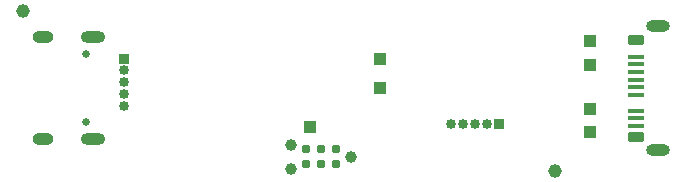
<source format=gbr>
%TF.GenerationSoftware,KiCad,Pcbnew,7.0.2-0*%
%TF.CreationDate,2023-12-30T15:56:12-08:00*%
%TF.ProjectId,uart-friend2-usb,75617274-2d66-4726-9965-6e64322d7573,rev?*%
%TF.SameCoordinates,PX7735940PY6e263e0*%
%TF.FileFunction,Soldermask,Bot*%
%TF.FilePolarity,Negative*%
%FSLAX46Y46*%
G04 Gerber Fmt 4.6, Leading zero omitted, Abs format (unit mm)*
G04 Created by KiCad (PCBNEW 7.0.2-0) date 2023-12-30 15:56:12*
%MOMM*%
%LPD*%
G01*
G04 APERTURE LIST*
G04 Aperture macros list*
%AMRoundRect*
0 Rectangle with rounded corners*
0 $1 Rounding radius*
0 $2 $3 $4 $5 $6 $7 $8 $9 X,Y pos of 4 corners*
0 Add a 4 corners polygon primitive as box body*
4,1,4,$2,$3,$4,$5,$6,$7,$8,$9,$2,$3,0*
0 Add four circle primitives for the rounded corners*
1,1,$1+$1,$2,$3*
1,1,$1+$1,$4,$5*
1,1,$1+$1,$6,$7*
1,1,$1+$1,$8,$9*
0 Add four rect primitives between the rounded corners*
20,1,$1+$1,$2,$3,$4,$5,0*
20,1,$1+$1,$4,$5,$6,$7,0*
20,1,$1+$1,$6,$7,$8,$9,0*
20,1,$1+$1,$8,$9,$2,$3,0*%
G04 Aperture macros list end*
%ADD10C,0.650000*%
%ADD11O,2.100000X1.000000*%
%ADD12O,1.800000X1.000000*%
%ADD13C,1.152000*%
%ADD14R,1.000000X1.000000*%
%ADD15R,0.850000X0.850000*%
%ADD16O,0.850000X0.850000*%
%ADD17C,0.988060*%
%ADD18C,0.985520*%
%ADD19C,0.784860*%
%ADD20RoundRect,0.095000X-0.575000X0.095000X-0.575000X-0.095000X0.575000X-0.095000X0.575000X0.095000X0*%
%ADD21O,2.030000X1.000000*%
%ADD22RoundRect,0.095000X-0.575000X0.305000X-0.575000X-0.305000X0.575000X-0.305000X0.575000X0.305000X0*%
G04 APERTURE END LIST*
D10*
%TO.C,J1*%
X6355000Y10890000D03*
X6355000Y5110000D03*
D11*
X6875000Y12320000D03*
D12*
X2675000Y12320000D03*
D11*
X6875000Y3680000D03*
D12*
X2675000Y3680000D03*
%TD*%
D13*
%TO.C,REF\u002A\u002A*%
X46000000Y1000000D03*
%TD*%
%TO.C,REF\u002A\u002A*%
X1000000Y14500000D03*
%TD*%
D14*
%TO.C,TP6*%
X49000000Y6250000D03*
%TD*%
%TO.C,TP4*%
X49000000Y12000000D03*
%TD*%
D15*
%TO.C,P2*%
X41250000Y5000000D03*
D16*
X40250000Y5000000D03*
X39250000Y5000000D03*
X38250000Y5000000D03*
X37250000Y5000000D03*
%TD*%
D14*
%TO.C,TP1*%
X31250000Y8000000D03*
%TD*%
%TO.C,TP7*%
X49000000Y4250000D03*
%TD*%
D15*
%TO.C,P3*%
X9500000Y10500000D03*
D16*
X9500000Y9500000D03*
X9500000Y8500000D03*
X9500000Y7500000D03*
X9500000Y6500000D03*
%TD*%
D14*
%TO.C,TP3*%
X25250000Y4750000D03*
%TD*%
%TO.C,TP2*%
X31250000Y10500000D03*
%TD*%
D17*
%TO.C,J2*%
X28790000Y2185000D03*
D18*
X23710000Y1169000D03*
X23710000Y3201000D03*
D19*
X27520000Y1550000D03*
X27520000Y2820000D03*
X26250000Y1550000D03*
X26250000Y2820000D03*
X24980000Y1550000D03*
X24980000Y2820000D03*
%TD*%
D14*
%TO.C,TP5*%
X49000000Y10000000D03*
%TD*%
D20*
%TO.C,P4*%
X52890000Y4810000D03*
X52890000Y5460000D03*
X52890000Y6110000D03*
X52890000Y7410000D03*
X52890000Y8060000D03*
X52890000Y8710000D03*
X52890000Y9360000D03*
X52890000Y10660000D03*
X52890000Y10010000D03*
D21*
X54750000Y13225000D03*
D22*
X52890000Y12100000D03*
X52890000Y3900000D03*
D21*
X54750000Y2775000D03*
%TD*%
M02*

</source>
